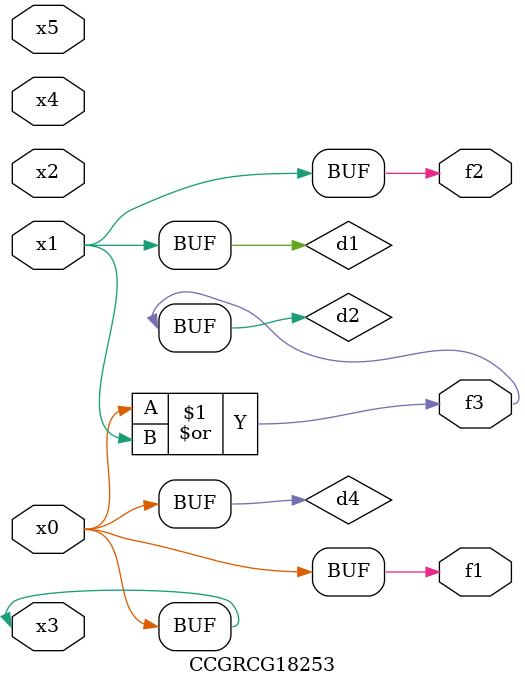
<source format=v>
module CCGRCG18253(
	input x0, x1, x2, x3, x4, x5,
	output f1, f2, f3
);

	wire d1, d2, d3, d4;

	and (d1, x1);
	or (d2, x0, x1);
	nand (d3, x0, x5);
	buf (d4, x0, x3);
	assign f1 = d4;
	assign f2 = d1;
	assign f3 = d2;
endmodule

</source>
